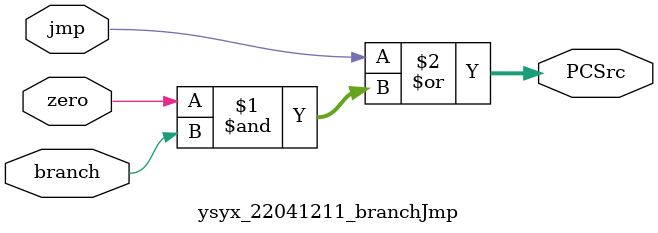
<source format=v>
module ysyx_22041211_branchJmp(
	input		                		zero,
	input		                        branch,
	input 		                        jmp,
	output		  [1:0]                 PCSrc
);
    assign PCSrc = jmp | (zero & branch);

endmodule


</source>
